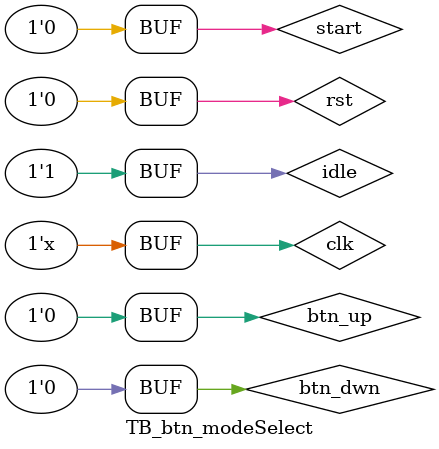
<source format=v>
`timescale 1ns / 1ps

module TB_btn_modeSelect(
    );
reg clk;
reg rst;
reg start;
reg idle;
reg btn_up;
reg btn_dwn;
wire [1:0] mode;

btn_modeSelect GEN(
    .clk(clk),
    .rst(rst),
    .start(start),
    .idle(idle),
    .btn_up(btn_up),
    .btn_dwn(btn_dwn),
    .mode(mode)
    );
    
initial begin
clk = 0;
rst = 1;
start = 0;
idle = 0;
btn_up = 0;
btn_dwn = 0;
end    

always
    #5 clk = ~clk;
    

initial begin
rst = 0;
start = 0;
idle = 1;
#25
btn_up = 1;
#10
btn_up = 0;
#25
btn_up = 1;
#10
btn_up = 0;
#25
btn_up = 1;
#10
btn_up = 0;
#25
btn_dwn = 1;
#10
btn_dwn = 0;
#25
btn_dwn = 1;
#10
btn_dwn = 0;
#25
btn_dwn = 1;
#10
btn_dwn = 0;
#25
btn_dwn = 1;
#10
btn_dwn = 0;
#25
btn_dwn = 1;
#10
btn_dwn = 0;
#10
start = 0;
idle = 1;
#25
btn_up = 1;
#10
btn_up = 0;
#25
btn_up = 1;
#10
btn_up = 0;
#25
btn_up = 1;
#10
btn_up = 0;
#25
btn_dwn = 1;
#10
btn_dwn = 0;
#25
btn_dwn = 1;
#10
btn_dwn = 0;
#25
btn_dwn = 1;
#10
btn_dwn = 0;
#25
btn_dwn = 1;
#10
btn_dwn = 0;
#25
btn_dwn = 1;
#10
btn_dwn = 0;
#25
btn_up = 1;
btn_dwn = 1;
#10
btn_up = 0;
btn_dwn = 0;
end

endmodule

</source>
